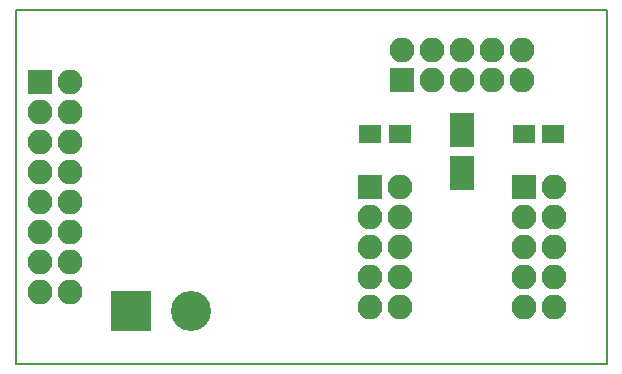
<source format=gbr>
G04 #@! TF.GenerationSoftware,KiCad,Pcbnew,(5.0.0)*
G04 #@! TF.CreationDate,2019-09-15T19:40:45+02:00*
G04 #@! TF.ProjectId,hub75shifter,6875623735736869667465722E6B6963,rev?*
G04 #@! TF.SameCoordinates,Original*
G04 #@! TF.FileFunction,Soldermask,Bot*
G04 #@! TF.FilePolarity,Negative*
%FSLAX46Y46*%
G04 Gerber Fmt 4.6, Leading zero omitted, Abs format (unit mm)*
G04 Created by KiCad (PCBNEW (5.0.0)) date 09/15/19 19:40:45*
%MOMM*%
%LPD*%
G01*
G04 APERTURE LIST*
%ADD10C,0.200000*%
%ADD11C,0.150000*%
%ADD12R,1.900000X1.650000*%
%ADD13O,2.100000X2.100000*%
%ADD14R,2.100000X2.100000*%
%ADD15R,2.000000X3.000000*%
%ADD16C,3.400000*%
%ADD17R,3.400000X3.400000*%
G04 APERTURE END LIST*
D10*
X20000000Y-50000000D02*
X70000000Y-50000000D01*
X20000000Y-20000000D02*
X70000000Y-20000000D01*
D11*
X70000000Y-50000000D02*
X70000000Y-20000000D01*
X20000000Y-50000000D02*
X20000000Y-20000000D01*
D12*
G04 #@! TO.C,C3*
X52500000Y-30500000D03*
X50000000Y-30500000D03*
G04 #@! TD*
D13*
G04 #@! TO.C,JHUB75*
X24540000Y-43907500D03*
X22000000Y-43907500D03*
X24540000Y-41367500D03*
X22000000Y-41367500D03*
X24540000Y-38827500D03*
X22000000Y-38827500D03*
X24540000Y-36287500D03*
X22000000Y-36287500D03*
X24540000Y-33747500D03*
X22000000Y-33747500D03*
X24540000Y-31207500D03*
X22000000Y-31207500D03*
X24540000Y-28667500D03*
X22000000Y-28667500D03*
X24540000Y-26127500D03*
D14*
X22000000Y-26127500D03*
G04 #@! TD*
G04 #@! TO.C,JIN1*
X50000000Y-35000000D03*
D13*
X52540000Y-35000000D03*
X50000000Y-37540000D03*
X52540000Y-37540000D03*
X50000000Y-40080000D03*
X52540000Y-40080000D03*
X50000000Y-42620000D03*
X52540000Y-42620000D03*
X50000000Y-45160000D03*
X52540000Y-45160000D03*
G04 #@! TD*
G04 #@! TO.C,JOUT1*
X65540000Y-45160000D03*
X63000000Y-45160000D03*
X65540000Y-42620000D03*
X63000000Y-42620000D03*
X65540000Y-40080000D03*
X63000000Y-40080000D03*
X65540000Y-37540000D03*
X63000000Y-37540000D03*
X65540000Y-35000000D03*
D14*
X63000000Y-35000000D03*
G04 #@! TD*
D13*
G04 #@! TO.C,JSWD1*
X62800000Y-23460000D03*
X62800000Y-26000000D03*
X60260000Y-23460000D03*
X60260000Y-26000000D03*
X57720000Y-23460000D03*
X57720000Y-26000000D03*
X55180000Y-23460000D03*
X55180000Y-26000000D03*
X52640000Y-23460000D03*
D14*
X52640000Y-26000000D03*
G04 #@! TD*
D12*
G04 #@! TO.C,C5*
X63000000Y-30500000D03*
X65500000Y-30500000D03*
G04 #@! TD*
D15*
G04 #@! TO.C,C6*
X57750000Y-30200000D03*
X57750000Y-33800000D03*
G04 #@! TD*
D16*
G04 #@! TO.C,JPWR1*
X34830000Y-45500000D03*
D17*
X29750000Y-45500000D03*
G04 #@! TD*
M02*

</source>
